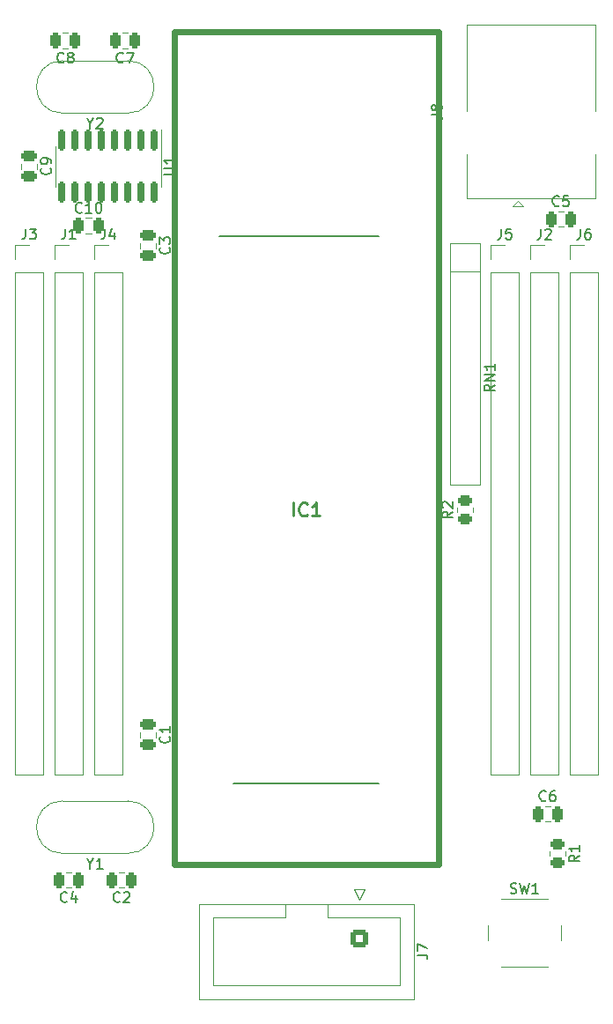
<source format=gto>
G04 #@! TF.GenerationSoftware,KiCad,Pcbnew,(6.0.10)*
G04 #@! TF.CreationDate,2023-01-04T16:14:13-06:00*
G04 #@! TF.ProjectId,AT89S52_dev_board,41543839-5335-4325-9f64-65765f626f61,rev?*
G04 #@! TF.SameCoordinates,Original*
G04 #@! TF.FileFunction,Legend,Top*
G04 #@! TF.FilePolarity,Positive*
%FSLAX46Y46*%
G04 Gerber Fmt 4.6, Leading zero omitted, Abs format (unit mm)*
G04 Created by KiCad (PCBNEW (6.0.10)) date 2023-01-04 16:14:13*
%MOMM*%
%LPD*%
G01*
G04 APERTURE LIST*
G04 Aperture macros list*
%AMRoundRect*
0 Rectangle with rounded corners*
0 $1 Rounding radius*
0 $2 $3 $4 $5 $6 $7 $8 $9 X,Y pos of 4 corners*
0 Add a 4 corners polygon primitive as box body*
4,1,4,$2,$3,$4,$5,$6,$7,$8,$9,$2,$3,0*
0 Add four circle primitives for the rounded corners*
1,1,$1+$1,$2,$3*
1,1,$1+$1,$4,$5*
1,1,$1+$1,$6,$7*
1,1,$1+$1,$8,$9*
0 Add four rect primitives between the rounded corners*
20,1,$1+$1,$2,$3,$4,$5,0*
20,1,$1+$1,$4,$5,$6,$7,0*
20,1,$1+$1,$6,$7,$8,$9,0*
20,1,$1+$1,$8,$9,$2,$3,0*%
G04 Aperture macros list end*
%ADD10C,0.600000*%
%ADD11C,0.150000*%
%ADD12C,0.254000*%
%ADD13C,0.120000*%
%ADD14C,0.200000*%
%ADD15RoundRect,0.250000X-0.450000X0.262500X-0.450000X-0.262500X0.450000X-0.262500X0.450000X0.262500X0*%
%ADD16C,2.000000*%
%ADD17RoundRect,0.250000X0.250000X0.475000X-0.250000X0.475000X-0.250000X-0.475000X0.250000X-0.475000X0*%
%ADD18RoundRect,0.250000X0.450000X-0.262500X0.450000X0.262500X-0.450000X0.262500X-0.450000X-0.262500X0*%
%ADD19R,1.700000X1.700000*%
%ADD20O,1.700000X1.700000*%
%ADD21RoundRect,0.250000X-0.250000X-0.475000X0.250000X-0.475000X0.250000X0.475000X-0.250000X0.475000X0*%
%ADD22RoundRect,0.150000X-0.150000X0.850000X-0.150000X-0.850000X0.150000X-0.850000X0.150000X0.850000X0*%
%ADD23RoundRect,0.250000X-0.475000X0.250000X-0.475000X-0.250000X0.475000X-0.250000X0.475000X0.250000X0*%
%ADD24C,1.500000*%
%ADD25R,1.600000X1.600000*%
%ADD26O,1.600000X1.600000*%
%ADD27RoundRect,0.250000X-0.600000X0.600000X-0.600000X-0.600000X0.600000X-0.600000X0.600000X0.600000X0*%
%ADD28C,1.700000*%
%ADD29C,3.500000*%
%ADD30R,1.159000X1.159000*%
%ADD31C,1.159000*%
G04 APERTURE END LIST*
D10*
X146012000Y-59484000D02*
X171412000Y-59484000D01*
X171412000Y-59484000D02*
X171412000Y-139494000D01*
X171412000Y-139494000D02*
X146012000Y-139494000D01*
X146012000Y-139494000D02*
X146012000Y-59484000D01*
D11*
X184982380Y-138596666D02*
X184506190Y-138930000D01*
X184982380Y-139168095D02*
X183982380Y-139168095D01*
X183982380Y-138787142D01*
X184030000Y-138691904D01*
X184077619Y-138644285D01*
X184172857Y-138596666D01*
X184315714Y-138596666D01*
X184410952Y-138644285D01*
X184458571Y-138691904D01*
X184506190Y-138787142D01*
X184506190Y-139168095D01*
X184982380Y-137644285D02*
X184982380Y-138215714D01*
X184982380Y-137930000D02*
X183982380Y-137930000D01*
X184125238Y-138025238D01*
X184220476Y-138120476D01*
X184268095Y-138215714D01*
X178371666Y-142204761D02*
X178514523Y-142252380D01*
X178752619Y-142252380D01*
X178847857Y-142204761D01*
X178895476Y-142157142D01*
X178943095Y-142061904D01*
X178943095Y-141966666D01*
X178895476Y-141871428D01*
X178847857Y-141823809D01*
X178752619Y-141776190D01*
X178562142Y-141728571D01*
X178466904Y-141680952D01*
X178419285Y-141633333D01*
X178371666Y-141538095D01*
X178371666Y-141442857D01*
X178419285Y-141347619D01*
X178466904Y-141300000D01*
X178562142Y-141252380D01*
X178800238Y-141252380D01*
X178943095Y-141300000D01*
X179276428Y-141252380D02*
X179514523Y-142252380D01*
X179705000Y-141538095D01*
X179895476Y-142252380D01*
X180133571Y-141252380D01*
X181038333Y-142252380D02*
X180466904Y-142252380D01*
X180752619Y-142252380D02*
X180752619Y-141252380D01*
X180657380Y-141395238D01*
X180562142Y-141490476D01*
X180466904Y-141538095D01*
X135723333Y-143007142D02*
X135675714Y-143054761D01*
X135532857Y-143102380D01*
X135437619Y-143102380D01*
X135294761Y-143054761D01*
X135199523Y-142959523D01*
X135151904Y-142864285D01*
X135104285Y-142673809D01*
X135104285Y-142530952D01*
X135151904Y-142340476D01*
X135199523Y-142245238D01*
X135294761Y-142150000D01*
X135437619Y-142102380D01*
X135532857Y-142102380D01*
X135675714Y-142150000D01*
X135723333Y-142197619D01*
X136580476Y-142435714D02*
X136580476Y-143102380D01*
X136342380Y-142054761D02*
X136104285Y-142769047D01*
X136723333Y-142769047D01*
X135408333Y-62362142D02*
X135360714Y-62409761D01*
X135217857Y-62457380D01*
X135122619Y-62457380D01*
X134979761Y-62409761D01*
X134884523Y-62314523D01*
X134836904Y-62219285D01*
X134789285Y-62028809D01*
X134789285Y-61885952D01*
X134836904Y-61695476D01*
X134884523Y-61600238D01*
X134979761Y-61505000D01*
X135122619Y-61457380D01*
X135217857Y-61457380D01*
X135360714Y-61505000D01*
X135408333Y-61552619D01*
X135979761Y-61885952D02*
X135884523Y-61838333D01*
X135836904Y-61790714D01*
X135789285Y-61695476D01*
X135789285Y-61647857D01*
X135836904Y-61552619D01*
X135884523Y-61505000D01*
X135979761Y-61457380D01*
X136170238Y-61457380D01*
X136265476Y-61505000D01*
X136313095Y-61552619D01*
X136360714Y-61647857D01*
X136360714Y-61695476D01*
X136313095Y-61790714D01*
X136265476Y-61838333D01*
X136170238Y-61885952D01*
X135979761Y-61885952D01*
X135884523Y-61933571D01*
X135836904Y-61981190D01*
X135789285Y-62076428D01*
X135789285Y-62266904D01*
X135836904Y-62362142D01*
X135884523Y-62409761D01*
X135979761Y-62457380D01*
X136170238Y-62457380D01*
X136265476Y-62409761D01*
X136313095Y-62362142D01*
X136360714Y-62266904D01*
X136360714Y-62076428D01*
X136313095Y-61981190D01*
X136265476Y-61933571D01*
X136170238Y-61885952D01*
X172792380Y-105576666D02*
X172316190Y-105910000D01*
X172792380Y-106148095D02*
X171792380Y-106148095D01*
X171792380Y-105767142D01*
X171840000Y-105671904D01*
X171887619Y-105624285D01*
X171982857Y-105576666D01*
X172125714Y-105576666D01*
X172220952Y-105624285D01*
X172268571Y-105671904D01*
X172316190Y-105767142D01*
X172316190Y-106148095D01*
X171887619Y-105195714D02*
X171840000Y-105148095D01*
X171792380Y-105052857D01*
X171792380Y-104814761D01*
X171840000Y-104719523D01*
X171887619Y-104671904D01*
X171982857Y-104624285D01*
X172078095Y-104624285D01*
X172220952Y-104671904D01*
X172792380Y-105243333D01*
X172792380Y-104624285D01*
X135556666Y-78402380D02*
X135556666Y-79116666D01*
X135509047Y-79259523D01*
X135413809Y-79354761D01*
X135270952Y-79402380D01*
X135175714Y-79402380D01*
X136556666Y-79402380D02*
X135985238Y-79402380D01*
X136270952Y-79402380D02*
X136270952Y-78402380D01*
X136175714Y-78545238D01*
X136080476Y-78640476D01*
X135985238Y-78688095D01*
X137152142Y-76782142D02*
X137104523Y-76829761D01*
X136961666Y-76877380D01*
X136866428Y-76877380D01*
X136723571Y-76829761D01*
X136628333Y-76734523D01*
X136580714Y-76639285D01*
X136533095Y-76448809D01*
X136533095Y-76305952D01*
X136580714Y-76115476D01*
X136628333Y-76020238D01*
X136723571Y-75925000D01*
X136866428Y-75877380D01*
X136961666Y-75877380D01*
X137104523Y-75925000D01*
X137152142Y-75972619D01*
X138104523Y-76877380D02*
X137533095Y-76877380D01*
X137818809Y-76877380D02*
X137818809Y-75877380D01*
X137723571Y-76020238D01*
X137628333Y-76115476D01*
X137533095Y-76163095D01*
X138723571Y-75877380D02*
X138818809Y-75877380D01*
X138914047Y-75925000D01*
X138961666Y-75972619D01*
X139009285Y-76067857D01*
X139056904Y-76258333D01*
X139056904Y-76496428D01*
X139009285Y-76686904D01*
X138961666Y-76782142D01*
X138914047Y-76829761D01*
X138818809Y-76877380D01*
X138723571Y-76877380D01*
X138628333Y-76829761D01*
X138580714Y-76782142D01*
X138533095Y-76686904D01*
X138485476Y-76496428D01*
X138485476Y-76258333D01*
X138533095Y-76067857D01*
X138580714Y-75972619D01*
X138628333Y-75925000D01*
X138723571Y-75877380D01*
X145052380Y-73151904D02*
X145861904Y-73151904D01*
X145957142Y-73104285D01*
X146004761Y-73056666D01*
X146052380Y-72961428D01*
X146052380Y-72770952D01*
X146004761Y-72675714D01*
X145957142Y-72628095D01*
X145861904Y-72580476D01*
X145052380Y-72580476D01*
X146052380Y-71580476D02*
X146052380Y-72151904D01*
X146052380Y-71866190D02*
X145052380Y-71866190D01*
X145195238Y-71961428D01*
X145290476Y-72056666D01*
X145338095Y-72151904D01*
X181276666Y-78407380D02*
X181276666Y-79121666D01*
X181229047Y-79264523D01*
X181133809Y-79359761D01*
X180990952Y-79407380D01*
X180895714Y-79407380D01*
X181705238Y-78502619D02*
X181752857Y-78455000D01*
X181848095Y-78407380D01*
X182086190Y-78407380D01*
X182181428Y-78455000D01*
X182229047Y-78502619D01*
X182276666Y-78597857D01*
X182276666Y-78693095D01*
X182229047Y-78835952D01*
X181657619Y-79407380D01*
X182276666Y-79407380D01*
X140803333Y-143007142D02*
X140755714Y-143054761D01*
X140612857Y-143102380D01*
X140517619Y-143102380D01*
X140374761Y-143054761D01*
X140279523Y-142959523D01*
X140231904Y-142864285D01*
X140184285Y-142673809D01*
X140184285Y-142530952D01*
X140231904Y-142340476D01*
X140279523Y-142245238D01*
X140374761Y-142150000D01*
X140517619Y-142102380D01*
X140612857Y-142102380D01*
X140755714Y-142150000D01*
X140803333Y-142197619D01*
X141184285Y-142197619D02*
X141231904Y-142150000D01*
X141327142Y-142102380D01*
X141565238Y-142102380D01*
X141660476Y-142150000D01*
X141708095Y-142197619D01*
X141755714Y-142292857D01*
X141755714Y-142388095D01*
X141708095Y-142530952D01*
X141136666Y-143102380D01*
X141755714Y-143102380D01*
X183033333Y-76147142D02*
X182985714Y-76194761D01*
X182842857Y-76242380D01*
X182747619Y-76242380D01*
X182604761Y-76194761D01*
X182509523Y-76099523D01*
X182461904Y-76004285D01*
X182414285Y-75813809D01*
X182414285Y-75670952D01*
X182461904Y-75480476D01*
X182509523Y-75385238D01*
X182604761Y-75290000D01*
X182747619Y-75242380D01*
X182842857Y-75242380D01*
X182985714Y-75290000D01*
X183033333Y-75337619D01*
X183938095Y-75242380D02*
X183461904Y-75242380D01*
X183414285Y-75718571D01*
X183461904Y-75670952D01*
X183557142Y-75623333D01*
X183795238Y-75623333D01*
X183890476Y-75670952D01*
X183938095Y-75718571D01*
X183985714Y-75813809D01*
X183985714Y-76051904D01*
X183938095Y-76147142D01*
X183890476Y-76194761D01*
X183795238Y-76242380D01*
X183557142Y-76242380D01*
X183461904Y-76194761D01*
X183414285Y-76147142D01*
X145547142Y-80176666D02*
X145594761Y-80224285D01*
X145642380Y-80367142D01*
X145642380Y-80462380D01*
X145594761Y-80605238D01*
X145499523Y-80700476D01*
X145404285Y-80748095D01*
X145213809Y-80795714D01*
X145070952Y-80795714D01*
X144880476Y-80748095D01*
X144785238Y-80700476D01*
X144690000Y-80605238D01*
X144642380Y-80462380D01*
X144642380Y-80367142D01*
X144690000Y-80224285D01*
X144737619Y-80176666D01*
X144642380Y-79843333D02*
X144642380Y-79224285D01*
X145023333Y-79557619D01*
X145023333Y-79414761D01*
X145070952Y-79319523D01*
X145118571Y-79271904D01*
X145213809Y-79224285D01*
X145451904Y-79224285D01*
X145547142Y-79271904D01*
X145594761Y-79319523D01*
X145642380Y-79414761D01*
X145642380Y-79700476D01*
X145594761Y-79795714D01*
X145547142Y-79843333D01*
X134117142Y-72556666D02*
X134164761Y-72604285D01*
X134212380Y-72747142D01*
X134212380Y-72842380D01*
X134164761Y-72985238D01*
X134069523Y-73080476D01*
X133974285Y-73128095D01*
X133783809Y-73175714D01*
X133640952Y-73175714D01*
X133450476Y-73128095D01*
X133355238Y-73080476D01*
X133260000Y-72985238D01*
X133212380Y-72842380D01*
X133212380Y-72747142D01*
X133260000Y-72604285D01*
X133307619Y-72556666D01*
X134212380Y-72080476D02*
X134212380Y-71890000D01*
X134164761Y-71794761D01*
X134117142Y-71747142D01*
X133974285Y-71651904D01*
X133783809Y-71604285D01*
X133402857Y-71604285D01*
X133307619Y-71651904D01*
X133260000Y-71699523D01*
X133212380Y-71794761D01*
X133212380Y-71985238D01*
X133260000Y-72080476D01*
X133307619Y-72128095D01*
X133402857Y-72175714D01*
X133640952Y-72175714D01*
X133736190Y-72128095D01*
X133783809Y-72080476D01*
X133831428Y-71985238D01*
X133831428Y-71794761D01*
X133783809Y-71699523D01*
X133736190Y-71651904D01*
X133640952Y-71604285D01*
X137963809Y-68271190D02*
X137963809Y-68747380D01*
X137630476Y-67747380D02*
X137963809Y-68271190D01*
X138297142Y-67747380D01*
X138582857Y-67842619D02*
X138630476Y-67795000D01*
X138725714Y-67747380D01*
X138963809Y-67747380D01*
X139059047Y-67795000D01*
X139106666Y-67842619D01*
X139154285Y-67937857D01*
X139154285Y-68033095D01*
X139106666Y-68175952D01*
X138535238Y-68747380D01*
X139154285Y-68747380D01*
X176842380Y-93385476D02*
X176366190Y-93718809D01*
X176842380Y-93956904D02*
X175842380Y-93956904D01*
X175842380Y-93575952D01*
X175890000Y-93480714D01*
X175937619Y-93433095D01*
X176032857Y-93385476D01*
X176175714Y-93385476D01*
X176270952Y-93433095D01*
X176318571Y-93480714D01*
X176366190Y-93575952D01*
X176366190Y-93956904D01*
X176842380Y-92956904D02*
X175842380Y-92956904D01*
X176842380Y-92385476D01*
X175842380Y-92385476D01*
X176842380Y-91385476D02*
X176842380Y-91956904D01*
X176842380Y-91671190D02*
X175842380Y-91671190D01*
X175985238Y-91766428D01*
X176080476Y-91861666D01*
X176128095Y-91956904D01*
X145547142Y-127166666D02*
X145594761Y-127214285D01*
X145642380Y-127357142D01*
X145642380Y-127452380D01*
X145594761Y-127595238D01*
X145499523Y-127690476D01*
X145404285Y-127738095D01*
X145213809Y-127785714D01*
X145070952Y-127785714D01*
X144880476Y-127738095D01*
X144785238Y-127690476D01*
X144690000Y-127595238D01*
X144642380Y-127452380D01*
X144642380Y-127357142D01*
X144690000Y-127214285D01*
X144737619Y-127166666D01*
X145642380Y-126214285D02*
X145642380Y-126785714D01*
X145642380Y-126500000D02*
X144642380Y-126500000D01*
X144785238Y-126595238D01*
X144880476Y-126690476D01*
X144928095Y-126785714D01*
X139366666Y-78402380D02*
X139366666Y-79116666D01*
X139319047Y-79259523D01*
X139223809Y-79354761D01*
X139080952Y-79402380D01*
X138985714Y-79402380D01*
X140271428Y-78735714D02*
X140271428Y-79402380D01*
X140033333Y-78354761D02*
X139795238Y-79069047D01*
X140414285Y-79069047D01*
X169382380Y-148170833D02*
X170096666Y-148170833D01*
X170239523Y-148218452D01*
X170334761Y-148313690D01*
X170382380Y-148456547D01*
X170382380Y-148551785D01*
X169382380Y-147789880D02*
X169382380Y-147123214D01*
X170382380Y-147551785D01*
X131746666Y-78402380D02*
X131746666Y-79116666D01*
X131699047Y-79259523D01*
X131603809Y-79354761D01*
X131460952Y-79402380D01*
X131365714Y-79402380D01*
X132127619Y-78402380D02*
X132746666Y-78402380D01*
X132413333Y-78783333D01*
X132556190Y-78783333D01*
X132651428Y-78830952D01*
X132699047Y-78878571D01*
X132746666Y-78973809D01*
X132746666Y-79211904D01*
X132699047Y-79307142D01*
X132651428Y-79354761D01*
X132556190Y-79402380D01*
X132270476Y-79402380D01*
X132175238Y-79354761D01*
X132127619Y-79307142D01*
X185086666Y-78407380D02*
X185086666Y-79121666D01*
X185039047Y-79264523D01*
X184943809Y-79359761D01*
X184800952Y-79407380D01*
X184705714Y-79407380D01*
X185991428Y-78407380D02*
X185800952Y-78407380D01*
X185705714Y-78455000D01*
X185658095Y-78502619D01*
X185562857Y-78645476D01*
X185515238Y-78835952D01*
X185515238Y-79216904D01*
X185562857Y-79312142D01*
X185610476Y-79359761D01*
X185705714Y-79407380D01*
X185896190Y-79407380D01*
X185991428Y-79359761D01*
X186039047Y-79312142D01*
X186086666Y-79216904D01*
X186086666Y-78978809D01*
X186039047Y-78883571D01*
X185991428Y-78835952D01*
X185896190Y-78788333D01*
X185705714Y-78788333D01*
X185610476Y-78835952D01*
X185562857Y-78883571D01*
X185515238Y-78978809D01*
X181763333Y-133297142D02*
X181715714Y-133344761D01*
X181572857Y-133392380D01*
X181477619Y-133392380D01*
X181334761Y-133344761D01*
X181239523Y-133249523D01*
X181191904Y-133154285D01*
X181144285Y-132963809D01*
X181144285Y-132820952D01*
X181191904Y-132630476D01*
X181239523Y-132535238D01*
X181334761Y-132440000D01*
X181477619Y-132392380D01*
X181572857Y-132392380D01*
X181715714Y-132440000D01*
X181763333Y-132487619D01*
X182620476Y-132392380D02*
X182430000Y-132392380D01*
X182334761Y-132440000D01*
X182287142Y-132487619D01*
X182191904Y-132630476D01*
X182144285Y-132820952D01*
X182144285Y-133201904D01*
X182191904Y-133297142D01*
X182239523Y-133344761D01*
X182334761Y-133392380D01*
X182525238Y-133392380D01*
X182620476Y-133344761D01*
X182668095Y-133297142D01*
X182715714Y-133201904D01*
X182715714Y-132963809D01*
X182668095Y-132868571D01*
X182620476Y-132820952D01*
X182525238Y-132773333D01*
X182334761Y-132773333D01*
X182239523Y-132820952D01*
X182191904Y-132868571D01*
X182144285Y-132963809D01*
X170772380Y-67460833D02*
X171486666Y-67460833D01*
X171629523Y-67508452D01*
X171724761Y-67603690D01*
X171772380Y-67746547D01*
X171772380Y-67841785D01*
X171200952Y-66841785D02*
X171153333Y-66937023D01*
X171105714Y-66984642D01*
X171010476Y-67032261D01*
X170962857Y-67032261D01*
X170867619Y-66984642D01*
X170820000Y-66937023D01*
X170772380Y-66841785D01*
X170772380Y-66651309D01*
X170820000Y-66556071D01*
X170867619Y-66508452D01*
X170962857Y-66460833D01*
X171010476Y-66460833D01*
X171105714Y-66508452D01*
X171153333Y-66556071D01*
X171200952Y-66651309D01*
X171200952Y-66841785D01*
X171248571Y-66937023D01*
X171296190Y-66984642D01*
X171391428Y-67032261D01*
X171581904Y-67032261D01*
X171677142Y-66984642D01*
X171724761Y-66937023D01*
X171772380Y-66841785D01*
X171772380Y-66651309D01*
X171724761Y-66556071D01*
X171677142Y-66508452D01*
X171581904Y-66460833D01*
X171391428Y-66460833D01*
X171296190Y-66508452D01*
X171248571Y-66556071D01*
X171200952Y-66651309D01*
X177466666Y-78407380D02*
X177466666Y-79121666D01*
X177419047Y-79264523D01*
X177323809Y-79359761D01*
X177180952Y-79407380D01*
X177085714Y-79407380D01*
X178419047Y-78407380D02*
X177942857Y-78407380D01*
X177895238Y-78883571D01*
X177942857Y-78835952D01*
X178038095Y-78788333D01*
X178276190Y-78788333D01*
X178371428Y-78835952D01*
X178419047Y-78883571D01*
X178466666Y-78978809D01*
X178466666Y-79216904D01*
X178419047Y-79312142D01*
X178371428Y-79359761D01*
X178276190Y-79407380D01*
X178038095Y-79407380D01*
X177942857Y-79359761D01*
X177895238Y-79312142D01*
X137963809Y-139391190D02*
X137963809Y-139867380D01*
X137630476Y-138867380D02*
X137963809Y-139391190D01*
X138297142Y-138867380D01*
X139154285Y-139867380D02*
X138582857Y-139867380D01*
X138868571Y-139867380D02*
X138868571Y-138867380D01*
X138773333Y-139010238D01*
X138678095Y-139105476D01*
X138582857Y-139153095D01*
D12*
X157472238Y-105984523D02*
X157472238Y-104714523D01*
X158802714Y-105863571D02*
X158742238Y-105924047D01*
X158560809Y-105984523D01*
X158439857Y-105984523D01*
X158258428Y-105924047D01*
X158137476Y-105803095D01*
X158077000Y-105682142D01*
X158016523Y-105440238D01*
X158016523Y-105258809D01*
X158077000Y-105016904D01*
X158137476Y-104895952D01*
X158258428Y-104775000D01*
X158439857Y-104714523D01*
X158560809Y-104714523D01*
X158742238Y-104775000D01*
X158802714Y-104835476D01*
X160012238Y-105984523D02*
X159286523Y-105984523D01*
X159649380Y-105984523D02*
X159649380Y-104714523D01*
X159528428Y-104895952D01*
X159407476Y-105016904D01*
X159286523Y-105077380D01*
D11*
X141123333Y-62362142D02*
X141075714Y-62409761D01*
X140932857Y-62457380D01*
X140837619Y-62457380D01*
X140694761Y-62409761D01*
X140599523Y-62314523D01*
X140551904Y-62219285D01*
X140504285Y-62028809D01*
X140504285Y-61885952D01*
X140551904Y-61695476D01*
X140599523Y-61600238D01*
X140694761Y-61505000D01*
X140837619Y-61457380D01*
X140932857Y-61457380D01*
X141075714Y-61505000D01*
X141123333Y-61552619D01*
X141456666Y-61457380D02*
X142123333Y-61457380D01*
X141694761Y-62457380D01*
D13*
X182145000Y-138202936D02*
X182145000Y-138657064D01*
X183615000Y-138202936D02*
X183615000Y-138657064D01*
X176205000Y-145300000D02*
X176205000Y-146800000D01*
X181955000Y-142800000D02*
X177455000Y-142800000D01*
X183205000Y-146800000D02*
X183205000Y-145300000D01*
X177455000Y-149300000D02*
X181955000Y-149300000D01*
X136151252Y-140235000D02*
X135628748Y-140235000D01*
X136151252Y-141705000D02*
X135628748Y-141705000D01*
X135836252Y-59590000D02*
X135313748Y-59590000D01*
X135836252Y-61060000D02*
X135313748Y-61060000D01*
X174725000Y-105637064D02*
X174725000Y-105182936D01*
X173255000Y-105637064D02*
X173255000Y-105182936D01*
X134560000Y-82550000D02*
X134560000Y-130870000D01*
X134560000Y-81280000D02*
X134560000Y-79950000D01*
X134560000Y-82550000D02*
X137220000Y-82550000D01*
X137220000Y-82550000D02*
X137220000Y-130870000D01*
X134560000Y-79950000D02*
X135890000Y-79950000D01*
X134560000Y-130870000D02*
X137220000Y-130870000D01*
X137533748Y-77370000D02*
X138056252Y-77370000D01*
X137533748Y-78840000D02*
X138056252Y-78840000D01*
X144760000Y-72390000D02*
X144760000Y-68890000D01*
X144760000Y-72390000D02*
X144760000Y-74340000D01*
X134640000Y-72390000D02*
X134640000Y-74340000D01*
X134640000Y-72390000D02*
X134640000Y-70440000D01*
X180280000Y-82555000D02*
X180280000Y-130875000D01*
X180280000Y-81285000D02*
X180280000Y-79955000D01*
X180280000Y-130875000D02*
X182940000Y-130875000D01*
X182940000Y-82555000D02*
X182940000Y-130875000D01*
X180280000Y-82555000D02*
X182940000Y-82555000D01*
X180280000Y-79955000D02*
X181610000Y-79955000D01*
X141231252Y-140235000D02*
X140708748Y-140235000D01*
X141231252Y-141705000D02*
X140708748Y-141705000D01*
X182938748Y-76735000D02*
X183461252Y-76735000D01*
X182938748Y-78205000D02*
X183461252Y-78205000D01*
X142775000Y-79748748D02*
X142775000Y-80271252D01*
X144245000Y-79748748D02*
X144245000Y-80271252D01*
X132815000Y-72128748D02*
X132815000Y-72651252D01*
X131345000Y-72128748D02*
X131345000Y-72651252D01*
X141565000Y-67295000D02*
X135315000Y-67295000D01*
X141565000Y-62245000D02*
X135315000Y-62245000D01*
X141565000Y-67295000D02*
G75*
G03*
X141565000Y-62245000I0J2525000D01*
G01*
X135315000Y-62245000D02*
G75*
G03*
X135315000Y-67295000I0J-2525000D01*
G01*
X172590000Y-103025000D02*
X175390000Y-103025000D01*
X175390000Y-79825000D02*
X172590000Y-79825000D01*
X175390000Y-82535000D02*
X172590000Y-82535000D01*
X175390000Y-103025000D02*
X175390000Y-79825000D01*
X172590000Y-79825000D02*
X172590000Y-103025000D01*
X142775000Y-126738748D02*
X142775000Y-127261252D01*
X144245000Y-126738748D02*
X144245000Y-127261252D01*
X138370000Y-130870000D02*
X141030000Y-130870000D01*
X138370000Y-81280000D02*
X138370000Y-79950000D01*
X138370000Y-82550000D02*
X141030000Y-82550000D01*
X141030000Y-82550000D02*
X141030000Y-130870000D01*
X138370000Y-79950000D02*
X139700000Y-79950000D01*
X138370000Y-82550000D02*
X138370000Y-130870000D01*
X167740000Y-151087500D02*
X149760000Y-151087500D01*
X167740000Y-144587500D02*
X167740000Y-151087500D01*
X156700000Y-144587500D02*
X156700000Y-144587500D01*
X169040000Y-152397500D02*
X148460000Y-152397500D01*
X148460000Y-143277500D02*
X169040000Y-143277500D01*
X163830000Y-142887500D02*
X164330000Y-141887500D01*
X149760000Y-151087500D02*
X149760000Y-144587500D01*
X163330000Y-141887500D02*
X163830000Y-142887500D01*
X164330000Y-141887500D02*
X163330000Y-141887500D01*
X169040000Y-143277500D02*
X169040000Y-152397500D01*
X148460000Y-152397500D02*
X148460000Y-143277500D01*
X149760000Y-144587500D02*
X156700000Y-144587500D01*
X160800000Y-143277500D02*
X160800000Y-144587500D01*
X156700000Y-144587500D02*
X156700000Y-143277500D01*
X160800000Y-144587500D02*
X167740000Y-144587500D01*
X130750000Y-130870000D02*
X133410000Y-130870000D01*
X133410000Y-82550000D02*
X133410000Y-130870000D01*
X130750000Y-81280000D02*
X130750000Y-79950000D01*
X130750000Y-79950000D02*
X132080000Y-79950000D01*
X130750000Y-82550000D02*
X130750000Y-130870000D01*
X130750000Y-82550000D02*
X133410000Y-82550000D01*
X184090000Y-82555000D02*
X184090000Y-130875000D01*
X184090000Y-130875000D02*
X186750000Y-130875000D01*
X186750000Y-82555000D02*
X186750000Y-130875000D01*
X184090000Y-82555000D02*
X186750000Y-82555000D01*
X184090000Y-79955000D02*
X185420000Y-79955000D01*
X184090000Y-81285000D02*
X184090000Y-79955000D01*
X181668748Y-133885000D02*
X182191252Y-133885000D01*
X181668748Y-135355000D02*
X182191252Y-135355000D01*
X179590000Y-76207500D02*
X179090000Y-75707500D01*
X174180000Y-58767500D02*
X186500000Y-58767500D01*
X174180000Y-67127500D02*
X174180000Y-58767500D01*
X186500000Y-75487500D02*
X186500000Y-71227500D01*
X178590000Y-76207500D02*
X179590000Y-76207500D01*
X186500000Y-58767500D02*
X186500000Y-67127500D01*
X179090000Y-75707500D02*
X178590000Y-76207500D01*
X174180000Y-75487500D02*
X186500000Y-75487500D01*
X174180000Y-71227500D02*
X174180000Y-75487500D01*
X176470000Y-82555000D02*
X176470000Y-130875000D01*
X176470000Y-130875000D02*
X179130000Y-130875000D01*
X176470000Y-81285000D02*
X176470000Y-79955000D01*
X176470000Y-79955000D02*
X177800000Y-79955000D01*
X179130000Y-82555000D02*
X179130000Y-130875000D01*
X176470000Y-82555000D02*
X179130000Y-82555000D01*
X141565000Y-138415000D02*
X135315000Y-138415000D01*
X141565000Y-133365000D02*
X135315000Y-133365000D01*
X141565000Y-138415000D02*
G75*
G03*
X141565000Y-133365000I0J2525000D01*
G01*
X135315000Y-133365000D02*
G75*
G03*
X135315000Y-138415000I0J-2525000D01*
G01*
D14*
X151727000Y-131699000D02*
X165697000Y-131699000D01*
X150354000Y-79121000D02*
X165697000Y-79121000D01*
D13*
X141551252Y-59590000D02*
X141028748Y-59590000D01*
X141551252Y-61060000D02*
X141028748Y-61060000D01*
%LPC*%
D15*
X182880000Y-137517500D03*
X182880000Y-139342500D03*
D16*
X182955000Y-143800000D03*
X176455000Y-143800000D03*
X182955000Y-148300000D03*
X176455000Y-148300000D03*
D17*
X136840000Y-140970000D03*
X134940000Y-140970000D03*
X136525000Y-60325000D03*
X134625000Y-60325000D03*
D18*
X173990000Y-106322500D03*
X173990000Y-104497500D03*
D19*
X135890000Y-81280000D03*
D20*
X135890000Y-83820000D03*
X135890000Y-86360000D03*
X135890000Y-88900000D03*
X135890000Y-91440000D03*
X135890000Y-93980000D03*
X135890000Y-96520000D03*
X135890000Y-99060000D03*
X135890000Y-101600000D03*
X135890000Y-104140000D03*
X135890000Y-106680000D03*
X135890000Y-109220000D03*
X135890000Y-111760000D03*
X135890000Y-114300000D03*
X135890000Y-116840000D03*
X135890000Y-119380000D03*
X135890000Y-121920000D03*
X135890000Y-124460000D03*
X135890000Y-127000000D03*
X135890000Y-129540000D03*
D21*
X136845000Y-78105000D03*
X138745000Y-78105000D03*
D22*
X144145000Y-69890000D03*
X142875000Y-69890000D03*
X141605000Y-69890000D03*
X140335000Y-69890000D03*
X139065000Y-69890000D03*
X137795000Y-69890000D03*
X136525000Y-69890000D03*
X135255000Y-69890000D03*
X135255000Y-74890000D03*
X136525000Y-74890000D03*
X137795000Y-74890000D03*
X139065000Y-74890000D03*
X140335000Y-74890000D03*
X141605000Y-74890000D03*
X142875000Y-74890000D03*
X144145000Y-74890000D03*
D19*
X181610000Y-81285000D03*
D20*
X181610000Y-83825000D03*
X181610000Y-86365000D03*
X181610000Y-88905000D03*
X181610000Y-91445000D03*
X181610000Y-93985000D03*
X181610000Y-96525000D03*
X181610000Y-99065000D03*
X181610000Y-101605000D03*
X181610000Y-104145000D03*
X181610000Y-106685000D03*
X181610000Y-109225000D03*
X181610000Y-111765000D03*
X181610000Y-114305000D03*
X181610000Y-116845000D03*
X181610000Y-119385000D03*
X181610000Y-121925000D03*
X181610000Y-124465000D03*
X181610000Y-127005000D03*
X181610000Y-129545000D03*
D17*
X141920000Y-140970000D03*
X140020000Y-140970000D03*
D21*
X182250000Y-77470000D03*
X184150000Y-77470000D03*
D23*
X143510000Y-79060000D03*
X143510000Y-80960000D03*
X132080000Y-71440000D03*
X132080000Y-73340000D03*
D24*
X140880000Y-64770000D03*
X136000000Y-64770000D03*
D25*
X173990000Y-81265000D03*
D26*
X173990000Y-83805000D03*
X173990000Y-86345000D03*
X173990000Y-88885000D03*
X173990000Y-91425000D03*
X173990000Y-93965000D03*
X173990000Y-96505000D03*
X173990000Y-99045000D03*
X173990000Y-101585000D03*
D23*
X143510000Y-126050000D03*
X143510000Y-127950000D03*
D19*
X139700000Y-81280000D03*
D20*
X139700000Y-83820000D03*
X139700000Y-86360000D03*
X139700000Y-88900000D03*
X139700000Y-91440000D03*
X139700000Y-93980000D03*
X139700000Y-96520000D03*
X139700000Y-99060000D03*
X139700000Y-101600000D03*
X139700000Y-104140000D03*
X139700000Y-106680000D03*
X139700000Y-109220000D03*
X139700000Y-111760000D03*
X139700000Y-114300000D03*
X139700000Y-116840000D03*
X139700000Y-119380000D03*
X139700000Y-121920000D03*
X139700000Y-124460000D03*
X139700000Y-127000000D03*
X139700000Y-129540000D03*
D27*
X163830000Y-146567500D03*
D28*
X163830000Y-149107500D03*
X161290000Y-146567500D03*
X161290000Y-149107500D03*
X158750000Y-146567500D03*
X158750000Y-149107500D03*
X156210000Y-146567500D03*
X156210000Y-149107500D03*
X153670000Y-146567500D03*
X153670000Y-149107500D03*
D19*
X132080000Y-81280000D03*
D20*
X132080000Y-83820000D03*
X132080000Y-86360000D03*
X132080000Y-88900000D03*
X132080000Y-91440000D03*
X132080000Y-93980000D03*
X132080000Y-96520000D03*
X132080000Y-99060000D03*
X132080000Y-101600000D03*
X132080000Y-104140000D03*
X132080000Y-106680000D03*
X132080000Y-109220000D03*
X132080000Y-111760000D03*
X132080000Y-114300000D03*
X132080000Y-116840000D03*
X132080000Y-119380000D03*
X132080000Y-121920000D03*
X132080000Y-124460000D03*
X132080000Y-127000000D03*
X132080000Y-129540000D03*
D19*
X185420000Y-81285000D03*
D20*
X185420000Y-83825000D03*
X185420000Y-86365000D03*
X185420000Y-88905000D03*
X185420000Y-91445000D03*
X185420000Y-93985000D03*
X185420000Y-96525000D03*
X185420000Y-99065000D03*
X185420000Y-101605000D03*
X185420000Y-104145000D03*
X185420000Y-106685000D03*
X185420000Y-109225000D03*
X185420000Y-111765000D03*
X185420000Y-114305000D03*
X185420000Y-116845000D03*
X185420000Y-119385000D03*
X185420000Y-121925000D03*
X185420000Y-124465000D03*
X185420000Y-127005000D03*
X185420000Y-129545000D03*
D21*
X180980000Y-134620000D03*
X182880000Y-134620000D03*
D19*
X179090000Y-73887500D03*
D28*
X181590000Y-73887500D03*
X181590000Y-71887500D03*
X179090000Y-71887500D03*
D29*
X186360000Y-69177500D03*
X174320000Y-69177500D03*
D19*
X177800000Y-81285000D03*
D20*
X177800000Y-83825000D03*
X177800000Y-86365000D03*
X177800000Y-88905000D03*
X177800000Y-91445000D03*
X177800000Y-93985000D03*
X177800000Y-96525000D03*
X177800000Y-99065000D03*
X177800000Y-101605000D03*
X177800000Y-104145000D03*
X177800000Y-106685000D03*
X177800000Y-109225000D03*
X177800000Y-111765000D03*
X177800000Y-114305000D03*
X177800000Y-116845000D03*
X177800000Y-119385000D03*
X177800000Y-121925000D03*
X177800000Y-124465000D03*
X177800000Y-127005000D03*
X177800000Y-129545000D03*
D24*
X140880000Y-135890000D03*
X136000000Y-135890000D03*
D30*
X150933000Y-81280000D03*
D31*
X150933000Y-83820000D03*
X150933000Y-86360000D03*
X150933000Y-88900000D03*
X150933000Y-91440000D03*
X150933000Y-93980000D03*
X150933000Y-96520000D03*
X150933000Y-99060000D03*
X150933000Y-101600000D03*
X150933000Y-104140000D03*
X150933000Y-106680000D03*
X150933000Y-109220000D03*
X150933000Y-111760000D03*
X150933000Y-114300000D03*
X150933000Y-116840000D03*
X150933000Y-119380000D03*
X150933000Y-121920000D03*
X150933000Y-124460000D03*
X150933000Y-127000000D03*
X150933000Y-129540000D03*
X166491000Y-129540000D03*
X166491000Y-127000000D03*
X166491000Y-124460000D03*
X166491000Y-121920000D03*
X166491000Y-119380000D03*
X166491000Y-116840000D03*
X166491000Y-114300000D03*
X166491000Y-111760000D03*
X166491000Y-109220000D03*
X166491000Y-106680000D03*
X166491000Y-104140000D03*
X166491000Y-101600000D03*
X166491000Y-99060000D03*
X166491000Y-96520000D03*
X166491000Y-93980000D03*
X166491000Y-91440000D03*
X166491000Y-88900000D03*
X166491000Y-86360000D03*
X166491000Y-83820000D03*
X166491000Y-81280000D03*
D17*
X142240000Y-60325000D03*
X140340000Y-60325000D03*
M02*

</source>
